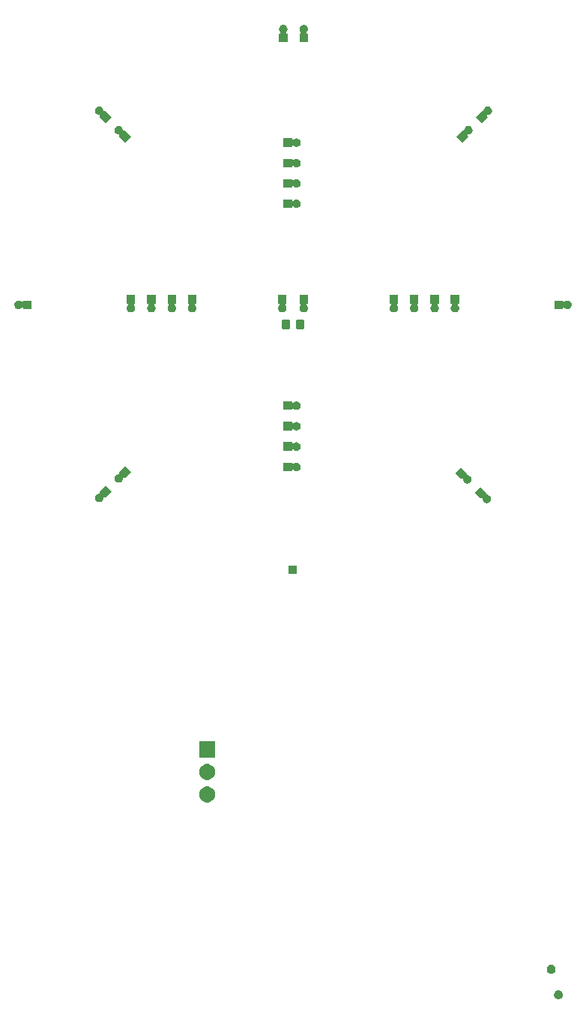
<source format=gbr>
G04 #@! TF.GenerationSoftware,KiCad,Pcbnew,(5.1.6-0)*
G04 #@! TF.CreationDate,2021-01-08T20:23:25+00:00*
G04 #@! TF.ProjectId,XMAS_Star_21,584d4153-5f53-4746-9172-5f32312e6b69,rev?*
G04 #@! TF.SameCoordinates,Original*
G04 #@! TF.FileFunction,Soldermask,Bot*
G04 #@! TF.FilePolarity,Negative*
%FSLAX46Y46*%
G04 Gerber Fmt 4.6, Leading zero omitted, Abs format (unit mm)*
G04 Created by KiCad (PCBNEW (5.1.6-0)) date 2021-01-08 20:23:25*
%MOMM*%
%LPD*%
G01*
G04 APERTURE LIST*
%ADD10C,0.100000*%
G04 APERTURE END LIST*
D10*
G36*
X130088412Y-157389559D02*
G01*
X130136808Y-157399185D01*
X130174574Y-157414828D01*
X130227983Y-157436951D01*
X130227984Y-157436952D01*
X130310041Y-157491780D01*
X130379824Y-157561563D01*
X130379825Y-157561565D01*
X130434653Y-157643621D01*
X130472419Y-157734797D01*
X130491672Y-157831587D01*
X130491672Y-157930277D01*
X130472419Y-158027067D01*
X130434653Y-158118243D01*
X130434652Y-158118244D01*
X130379824Y-158200301D01*
X130310041Y-158270084D01*
X130268734Y-158297684D01*
X130227983Y-158324913D01*
X130174574Y-158347036D01*
X130136808Y-158362679D01*
X130088412Y-158372306D01*
X130040017Y-158381932D01*
X129941327Y-158381932D01*
X129892932Y-158372306D01*
X129844536Y-158362679D01*
X129806770Y-158347036D01*
X129753361Y-158324913D01*
X129712610Y-158297684D01*
X129671303Y-158270084D01*
X129601520Y-158200301D01*
X129546692Y-158118244D01*
X129546691Y-158118243D01*
X129508925Y-158027067D01*
X129489672Y-157930277D01*
X129489672Y-157831587D01*
X129508925Y-157734797D01*
X129546691Y-157643621D01*
X129601519Y-157561565D01*
X129601520Y-157561563D01*
X129671303Y-157491780D01*
X129753360Y-157436952D01*
X129753361Y-157436951D01*
X129806770Y-157414828D01*
X129844536Y-157399185D01*
X129892932Y-157389559D01*
X129941327Y-157379932D01*
X130040017Y-157379932D01*
X130088412Y-157389559D01*
G37*
G36*
X129261500Y-154505774D02*
G01*
X129309896Y-154515400D01*
X129347662Y-154531043D01*
X129401071Y-154553166D01*
X129401072Y-154553167D01*
X129483129Y-154607995D01*
X129552912Y-154677778D01*
X129552913Y-154677780D01*
X129607741Y-154759836D01*
X129645507Y-154851012D01*
X129664760Y-154947802D01*
X129664760Y-155046492D01*
X129645507Y-155143282D01*
X129607741Y-155234458D01*
X129607740Y-155234459D01*
X129552912Y-155316516D01*
X129483129Y-155386299D01*
X129441822Y-155413899D01*
X129401071Y-155441128D01*
X129347662Y-155463251D01*
X129309896Y-155478894D01*
X129261500Y-155488521D01*
X129213105Y-155498147D01*
X129114415Y-155498147D01*
X129066020Y-155488521D01*
X129017624Y-155478894D01*
X128979858Y-155463251D01*
X128926449Y-155441128D01*
X128885698Y-155413899D01*
X128844391Y-155386299D01*
X128774608Y-155316516D01*
X128719780Y-155234459D01*
X128719779Y-155234458D01*
X128682013Y-155143282D01*
X128662760Y-155046492D01*
X128662760Y-154947802D01*
X128682013Y-154851012D01*
X128719779Y-154759836D01*
X128774607Y-154677780D01*
X128774608Y-154677778D01*
X128844391Y-154607995D01*
X128926448Y-154553167D01*
X128926449Y-154553166D01*
X128979858Y-154531043D01*
X129017624Y-154515400D01*
X129066020Y-154505774D01*
X129114415Y-154496147D01*
X129213105Y-154496147D01*
X129261500Y-154505774D01*
G37*
G36*
X90413512Y-134383927D02*
G01*
X90562812Y-134413624D01*
X90726784Y-134481544D01*
X90874354Y-134580147D01*
X90999853Y-134705646D01*
X91098456Y-134853216D01*
X91166376Y-135017188D01*
X91201000Y-135191259D01*
X91201000Y-135368741D01*
X91166376Y-135542812D01*
X91098456Y-135706784D01*
X90999853Y-135854354D01*
X90874354Y-135979853D01*
X90726784Y-136078456D01*
X90562812Y-136146376D01*
X90413512Y-136176073D01*
X90388742Y-136181000D01*
X90211258Y-136181000D01*
X90186488Y-136176073D01*
X90037188Y-136146376D01*
X89873216Y-136078456D01*
X89725646Y-135979853D01*
X89600147Y-135854354D01*
X89501544Y-135706784D01*
X89433624Y-135542812D01*
X89399000Y-135368741D01*
X89399000Y-135191259D01*
X89433624Y-135017188D01*
X89501544Y-134853216D01*
X89600147Y-134705646D01*
X89725646Y-134580147D01*
X89873216Y-134481544D01*
X90037188Y-134413624D01*
X90186488Y-134383927D01*
X90211258Y-134379000D01*
X90388742Y-134379000D01*
X90413512Y-134383927D01*
G37*
G36*
X90413512Y-131843927D02*
G01*
X90562812Y-131873624D01*
X90726784Y-131941544D01*
X90874354Y-132040147D01*
X90999853Y-132165646D01*
X91098456Y-132313216D01*
X91166376Y-132477188D01*
X91201000Y-132651259D01*
X91201000Y-132828741D01*
X91166376Y-133002812D01*
X91098456Y-133166784D01*
X90999853Y-133314354D01*
X90874354Y-133439853D01*
X90726784Y-133538456D01*
X90562812Y-133606376D01*
X90413512Y-133636073D01*
X90388742Y-133641000D01*
X90211258Y-133641000D01*
X90186488Y-133636073D01*
X90037188Y-133606376D01*
X89873216Y-133538456D01*
X89725646Y-133439853D01*
X89600147Y-133314354D01*
X89501544Y-133166784D01*
X89433624Y-133002812D01*
X89399000Y-132828741D01*
X89399000Y-132651259D01*
X89433624Y-132477188D01*
X89501544Y-132313216D01*
X89600147Y-132165646D01*
X89725646Y-132040147D01*
X89873216Y-131941544D01*
X90037188Y-131873624D01*
X90186488Y-131843927D01*
X90211258Y-131839000D01*
X90388742Y-131839000D01*
X90413512Y-131843927D01*
G37*
G36*
X91201000Y-131101000D02*
G01*
X89399000Y-131101000D01*
X89399000Y-129299000D01*
X91201000Y-129299000D01*
X91201000Y-131101000D01*
G37*
G36*
X100416000Y-110376000D02*
G01*
X99464000Y-110376000D01*
X99464000Y-109424000D01*
X100416000Y-109424000D01*
X100416000Y-110376000D01*
G37*
G36*
X121873166Y-101200000D02*
G01*
X121855440Y-101217726D01*
X121839900Y-101236662D01*
X121828349Y-101258273D01*
X121821236Y-101281722D01*
X121818834Y-101306108D01*
X121821236Y-101330494D01*
X121828349Y-101353943D01*
X121839900Y-101375554D01*
X121855445Y-101394496D01*
X121874387Y-101410041D01*
X121895998Y-101421592D01*
X121919447Y-101428705D01*
X121943833Y-101431107D01*
X121953990Y-101431107D01*
X122045950Y-101449399D01*
X122096695Y-101470418D01*
X122132577Y-101485281D01*
X122210539Y-101537374D01*
X122276840Y-101603675D01*
X122328933Y-101681637D01*
X122328933Y-101681638D01*
X122364815Y-101768264D01*
X122383107Y-101860224D01*
X122383107Y-101953990D01*
X122364815Y-102045950D01*
X122343796Y-102096695D01*
X122328933Y-102132577D01*
X122276840Y-102210539D01*
X122210539Y-102276840D01*
X122132577Y-102328933D01*
X122096695Y-102343796D01*
X122045950Y-102364815D01*
X121953990Y-102383107D01*
X121860224Y-102383107D01*
X121768264Y-102364815D01*
X121717519Y-102343796D01*
X121681637Y-102328933D01*
X121603675Y-102276840D01*
X121537374Y-102210539D01*
X121485281Y-102132577D01*
X121470418Y-102096695D01*
X121449399Y-102045950D01*
X121431107Y-101953990D01*
X121431107Y-101943833D01*
X121428705Y-101919447D01*
X121421592Y-101895998D01*
X121410041Y-101874387D01*
X121394496Y-101855445D01*
X121375554Y-101839900D01*
X121353943Y-101828349D01*
X121330494Y-101821236D01*
X121306108Y-101818834D01*
X121281722Y-101821236D01*
X121258273Y-101828349D01*
X121236662Y-101839900D01*
X121217726Y-101855440D01*
X121200000Y-101873166D01*
X120526834Y-101200000D01*
X121200000Y-100526834D01*
X121873166Y-101200000D01*
G37*
G36*
X79473166Y-101100000D02*
G01*
X78800000Y-101773166D01*
X78782274Y-101755440D01*
X78763338Y-101739900D01*
X78741727Y-101728349D01*
X78718278Y-101721236D01*
X78693892Y-101718834D01*
X78669506Y-101721236D01*
X78646057Y-101728349D01*
X78624446Y-101739900D01*
X78605504Y-101755445D01*
X78589959Y-101774387D01*
X78578408Y-101795998D01*
X78571295Y-101819447D01*
X78568893Y-101843833D01*
X78568893Y-101853990D01*
X78550601Y-101945950D01*
X78529582Y-101996695D01*
X78514719Y-102032577D01*
X78462626Y-102110539D01*
X78396325Y-102176840D01*
X78318363Y-102228933D01*
X78282481Y-102243796D01*
X78231736Y-102264815D01*
X78139776Y-102283107D01*
X78046010Y-102283107D01*
X77954050Y-102264815D01*
X77903305Y-102243796D01*
X77867423Y-102228933D01*
X77789461Y-102176840D01*
X77723160Y-102110539D01*
X77671067Y-102032577D01*
X77656204Y-101996695D01*
X77635185Y-101945950D01*
X77616893Y-101853990D01*
X77616893Y-101760224D01*
X77635185Y-101668264D01*
X77671067Y-101581638D01*
X77671067Y-101581637D01*
X77723160Y-101503675D01*
X77789461Y-101437374D01*
X77867423Y-101385281D01*
X77903305Y-101370418D01*
X77954050Y-101349399D01*
X78046010Y-101331107D01*
X78056167Y-101331107D01*
X78080553Y-101328705D01*
X78104002Y-101321592D01*
X78125613Y-101310041D01*
X78144555Y-101294496D01*
X78160100Y-101275554D01*
X78171651Y-101253943D01*
X78178764Y-101230494D01*
X78181166Y-101206108D01*
X78178764Y-101181722D01*
X78171651Y-101158273D01*
X78160100Y-101136662D01*
X78144560Y-101117726D01*
X78126834Y-101100000D01*
X78800000Y-100426834D01*
X79473166Y-101100000D01*
G37*
G36*
X119673166Y-99000000D02*
G01*
X119655440Y-99017726D01*
X119639900Y-99036662D01*
X119628349Y-99058273D01*
X119621236Y-99081722D01*
X119618834Y-99106108D01*
X119621236Y-99130494D01*
X119628349Y-99153943D01*
X119639900Y-99175554D01*
X119655445Y-99194496D01*
X119674387Y-99210041D01*
X119695998Y-99221592D01*
X119719447Y-99228705D01*
X119743833Y-99231107D01*
X119753990Y-99231107D01*
X119845950Y-99249399D01*
X119896695Y-99270418D01*
X119932577Y-99285281D01*
X120010539Y-99337374D01*
X120076840Y-99403675D01*
X120128933Y-99481637D01*
X120128933Y-99481638D01*
X120164815Y-99568264D01*
X120183107Y-99660224D01*
X120183107Y-99753990D01*
X120164815Y-99845950D01*
X120143796Y-99896695D01*
X120128933Y-99932577D01*
X120076840Y-100010539D01*
X120010539Y-100076840D01*
X119932577Y-100128933D01*
X119896695Y-100143796D01*
X119845950Y-100164815D01*
X119753990Y-100183107D01*
X119660224Y-100183107D01*
X119568264Y-100164815D01*
X119517519Y-100143796D01*
X119481637Y-100128933D01*
X119403675Y-100076840D01*
X119337374Y-100010539D01*
X119285281Y-99932577D01*
X119270418Y-99896695D01*
X119249399Y-99845950D01*
X119231107Y-99753990D01*
X119231107Y-99743833D01*
X119228705Y-99719447D01*
X119221592Y-99695998D01*
X119210041Y-99674387D01*
X119194496Y-99655445D01*
X119175554Y-99639900D01*
X119153943Y-99628349D01*
X119130494Y-99621236D01*
X119106108Y-99618834D01*
X119081722Y-99621236D01*
X119058273Y-99628349D01*
X119036662Y-99639900D01*
X119017726Y-99655440D01*
X119000000Y-99673166D01*
X118326834Y-99000000D01*
X119000000Y-98326834D01*
X119673166Y-99000000D01*
G37*
G36*
X81673166Y-98900000D02*
G01*
X81000000Y-99573166D01*
X80982274Y-99555440D01*
X80963338Y-99539900D01*
X80941727Y-99528349D01*
X80918278Y-99521236D01*
X80893892Y-99518834D01*
X80869506Y-99521236D01*
X80846057Y-99528349D01*
X80824446Y-99539900D01*
X80805504Y-99555445D01*
X80789959Y-99574387D01*
X80778408Y-99595998D01*
X80771295Y-99619447D01*
X80768893Y-99643833D01*
X80768893Y-99653990D01*
X80750601Y-99745950D01*
X80729582Y-99796695D01*
X80714719Y-99832577D01*
X80662626Y-99910539D01*
X80596325Y-99976840D01*
X80518363Y-100028933D01*
X80482481Y-100043796D01*
X80431736Y-100064815D01*
X80339776Y-100083107D01*
X80246010Y-100083107D01*
X80154050Y-100064815D01*
X80103305Y-100043796D01*
X80067423Y-100028933D01*
X79989461Y-99976840D01*
X79923160Y-99910539D01*
X79871067Y-99832577D01*
X79856204Y-99796695D01*
X79835185Y-99745950D01*
X79816893Y-99653990D01*
X79816893Y-99560224D01*
X79835185Y-99468264D01*
X79871067Y-99381638D01*
X79871067Y-99381637D01*
X79923160Y-99303675D01*
X79989461Y-99237374D01*
X80067423Y-99185281D01*
X80103305Y-99170418D01*
X80154050Y-99149399D01*
X80246010Y-99131107D01*
X80256167Y-99131107D01*
X80280553Y-99128705D01*
X80304002Y-99121592D01*
X80325613Y-99110041D01*
X80344555Y-99094496D01*
X80360100Y-99075554D01*
X80371651Y-99053943D01*
X80378764Y-99030494D01*
X80381166Y-99006108D01*
X80378764Y-98981722D01*
X80371651Y-98958273D01*
X80360100Y-98936662D01*
X80344560Y-98917726D01*
X80326834Y-98900000D01*
X81000000Y-98226834D01*
X81673166Y-98900000D01*
G37*
G36*
X99876000Y-97849060D02*
G01*
X99878402Y-97873446D01*
X99885515Y-97896895D01*
X99897066Y-97918506D01*
X99912611Y-97937448D01*
X99931553Y-97952993D01*
X99953164Y-97964544D01*
X99976613Y-97971657D01*
X100000999Y-97974059D01*
X100025385Y-97971657D01*
X100048834Y-97964544D01*
X100070445Y-97952993D01*
X100089387Y-97937448D01*
X100096568Y-97930267D01*
X100174530Y-97878174D01*
X100210412Y-97863311D01*
X100261157Y-97842292D01*
X100353117Y-97824000D01*
X100446883Y-97824000D01*
X100538843Y-97842292D01*
X100589588Y-97863311D01*
X100625470Y-97878174D01*
X100703432Y-97930267D01*
X100769733Y-97996568D01*
X100821826Y-98074530D01*
X100821826Y-98074531D01*
X100857708Y-98161157D01*
X100876000Y-98253117D01*
X100876000Y-98346883D01*
X100857708Y-98438843D01*
X100836689Y-98489588D01*
X100821826Y-98525470D01*
X100769733Y-98603432D01*
X100703432Y-98669733D01*
X100625470Y-98721826D01*
X100614055Y-98726554D01*
X100538843Y-98757708D01*
X100446883Y-98776000D01*
X100353117Y-98776000D01*
X100261157Y-98757708D01*
X100185945Y-98726554D01*
X100174530Y-98721826D01*
X100096568Y-98669733D01*
X100089387Y-98662552D01*
X100070445Y-98647007D01*
X100048834Y-98635456D01*
X100025385Y-98628343D01*
X100000999Y-98625941D01*
X99976613Y-98628343D01*
X99953164Y-98635456D01*
X99931553Y-98647007D01*
X99912611Y-98662552D01*
X99897066Y-98681494D01*
X99885515Y-98703105D01*
X99878402Y-98726554D01*
X99876000Y-98750940D01*
X99876000Y-98776000D01*
X98924000Y-98776000D01*
X98924000Y-97824000D01*
X99876000Y-97824000D01*
X99876000Y-97849060D01*
G37*
G36*
X99876000Y-95549060D02*
G01*
X99878402Y-95573446D01*
X99885515Y-95596895D01*
X99897066Y-95618506D01*
X99912611Y-95637448D01*
X99931553Y-95652993D01*
X99953164Y-95664544D01*
X99976613Y-95671657D01*
X100000999Y-95674059D01*
X100025385Y-95671657D01*
X100048834Y-95664544D01*
X100070445Y-95652993D01*
X100089387Y-95637448D01*
X100096568Y-95630267D01*
X100174530Y-95578174D01*
X100210412Y-95563311D01*
X100261157Y-95542292D01*
X100353117Y-95524000D01*
X100446883Y-95524000D01*
X100538843Y-95542292D01*
X100589588Y-95563311D01*
X100625470Y-95578174D01*
X100703432Y-95630267D01*
X100769733Y-95696568D01*
X100821826Y-95774530D01*
X100821826Y-95774531D01*
X100857708Y-95861157D01*
X100876000Y-95953117D01*
X100876000Y-96046883D01*
X100857708Y-96138843D01*
X100836689Y-96189588D01*
X100821826Y-96225470D01*
X100769733Y-96303432D01*
X100703432Y-96369733D01*
X100625470Y-96421826D01*
X100614055Y-96426554D01*
X100538843Y-96457708D01*
X100446883Y-96476000D01*
X100353117Y-96476000D01*
X100261157Y-96457708D01*
X100185945Y-96426554D01*
X100174530Y-96421826D01*
X100096568Y-96369733D01*
X100089387Y-96362552D01*
X100070445Y-96347007D01*
X100048834Y-96335456D01*
X100025385Y-96328343D01*
X100000999Y-96325941D01*
X99976613Y-96328343D01*
X99953164Y-96335456D01*
X99931553Y-96347007D01*
X99912611Y-96362552D01*
X99897066Y-96381494D01*
X99885515Y-96403105D01*
X99878402Y-96426554D01*
X99876000Y-96450940D01*
X99876000Y-96476000D01*
X98924000Y-96476000D01*
X98924000Y-95524000D01*
X99876000Y-95524000D01*
X99876000Y-95549060D01*
G37*
G36*
X99876000Y-93249060D02*
G01*
X99878402Y-93273446D01*
X99885515Y-93296895D01*
X99897066Y-93318506D01*
X99912611Y-93337448D01*
X99931553Y-93352993D01*
X99953164Y-93364544D01*
X99976613Y-93371657D01*
X100000999Y-93374059D01*
X100025385Y-93371657D01*
X100048834Y-93364544D01*
X100070445Y-93352993D01*
X100089387Y-93337448D01*
X100096568Y-93330267D01*
X100174530Y-93278174D01*
X100210412Y-93263311D01*
X100261157Y-93242292D01*
X100353117Y-93224000D01*
X100446883Y-93224000D01*
X100538843Y-93242292D01*
X100589588Y-93263311D01*
X100625470Y-93278174D01*
X100703432Y-93330267D01*
X100769733Y-93396568D01*
X100821826Y-93474530D01*
X100821826Y-93474531D01*
X100857708Y-93561157D01*
X100876000Y-93653117D01*
X100876000Y-93746883D01*
X100857708Y-93838843D01*
X100836689Y-93889588D01*
X100821826Y-93925470D01*
X100769733Y-94003432D01*
X100703432Y-94069733D01*
X100625470Y-94121826D01*
X100614055Y-94126554D01*
X100538843Y-94157708D01*
X100446883Y-94176000D01*
X100353117Y-94176000D01*
X100261157Y-94157708D01*
X100185945Y-94126554D01*
X100174530Y-94121826D01*
X100096568Y-94069733D01*
X100089387Y-94062552D01*
X100070445Y-94047007D01*
X100048834Y-94035456D01*
X100025385Y-94028343D01*
X100000999Y-94025941D01*
X99976613Y-94028343D01*
X99953164Y-94035456D01*
X99931553Y-94047007D01*
X99912611Y-94062552D01*
X99897066Y-94081494D01*
X99885515Y-94103105D01*
X99878402Y-94126554D01*
X99876000Y-94150940D01*
X99876000Y-94176000D01*
X98924000Y-94176000D01*
X98924000Y-93224000D01*
X99876000Y-93224000D01*
X99876000Y-93249060D01*
G37*
G36*
X99876000Y-90949060D02*
G01*
X99878402Y-90973446D01*
X99885515Y-90996895D01*
X99897066Y-91018506D01*
X99912611Y-91037448D01*
X99931553Y-91052993D01*
X99953164Y-91064544D01*
X99976613Y-91071657D01*
X100000999Y-91074059D01*
X100025385Y-91071657D01*
X100048834Y-91064544D01*
X100070445Y-91052993D01*
X100089387Y-91037448D01*
X100096568Y-91030267D01*
X100174530Y-90978174D01*
X100210412Y-90963311D01*
X100261157Y-90942292D01*
X100353117Y-90924000D01*
X100446883Y-90924000D01*
X100538843Y-90942292D01*
X100589588Y-90963311D01*
X100625470Y-90978174D01*
X100703432Y-91030267D01*
X100769733Y-91096568D01*
X100821826Y-91174530D01*
X100821826Y-91174531D01*
X100857708Y-91261157D01*
X100876000Y-91353117D01*
X100876000Y-91446883D01*
X100857708Y-91538843D01*
X100836689Y-91589588D01*
X100821826Y-91625470D01*
X100769733Y-91703432D01*
X100703432Y-91769733D01*
X100625470Y-91821826D01*
X100614055Y-91826554D01*
X100538843Y-91857708D01*
X100446883Y-91876000D01*
X100353117Y-91876000D01*
X100261157Y-91857708D01*
X100185945Y-91826554D01*
X100174530Y-91821826D01*
X100096568Y-91769733D01*
X100089387Y-91762552D01*
X100070445Y-91747007D01*
X100048834Y-91735456D01*
X100025385Y-91728343D01*
X100000999Y-91725941D01*
X99976613Y-91728343D01*
X99953164Y-91735456D01*
X99931553Y-91747007D01*
X99912611Y-91762552D01*
X99897066Y-91781494D01*
X99885515Y-91803105D01*
X99878402Y-91826554D01*
X99876000Y-91850940D01*
X99876000Y-91876000D01*
X98924000Y-91876000D01*
X98924000Y-90924000D01*
X99876000Y-90924000D01*
X99876000Y-90949060D01*
G37*
G36*
X101129591Y-81698085D02*
G01*
X101163569Y-81708393D01*
X101194890Y-81725134D01*
X101222339Y-81747661D01*
X101244866Y-81775110D01*
X101261607Y-81806431D01*
X101271915Y-81840409D01*
X101276000Y-81881890D01*
X101276000Y-82558110D01*
X101271915Y-82599591D01*
X101261607Y-82633569D01*
X101244866Y-82664890D01*
X101222339Y-82692339D01*
X101194890Y-82714866D01*
X101163569Y-82731607D01*
X101129591Y-82741915D01*
X101088110Y-82746000D01*
X100486890Y-82746000D01*
X100445409Y-82741915D01*
X100411431Y-82731607D01*
X100380110Y-82714866D01*
X100352661Y-82692339D01*
X100330134Y-82664890D01*
X100313393Y-82633569D01*
X100303085Y-82599591D01*
X100299000Y-82558110D01*
X100299000Y-81881890D01*
X100303085Y-81840409D01*
X100313393Y-81806431D01*
X100330134Y-81775110D01*
X100352661Y-81747661D01*
X100380110Y-81725134D01*
X100411431Y-81708393D01*
X100445409Y-81698085D01*
X100486890Y-81694000D01*
X101088110Y-81694000D01*
X101129591Y-81698085D01*
G37*
G36*
X99554591Y-81698085D02*
G01*
X99588569Y-81708393D01*
X99619890Y-81725134D01*
X99647339Y-81747661D01*
X99669866Y-81775110D01*
X99686607Y-81806431D01*
X99696915Y-81840409D01*
X99701000Y-81881890D01*
X99701000Y-82558110D01*
X99696915Y-82599591D01*
X99686607Y-82633569D01*
X99669866Y-82664890D01*
X99647339Y-82692339D01*
X99619890Y-82714866D01*
X99588569Y-82731607D01*
X99554591Y-82741915D01*
X99513110Y-82746000D01*
X98911890Y-82746000D01*
X98870409Y-82741915D01*
X98836431Y-82731607D01*
X98805110Y-82714866D01*
X98777661Y-82692339D01*
X98755134Y-82664890D01*
X98738393Y-82633569D01*
X98728085Y-82599591D01*
X98724000Y-82558110D01*
X98724000Y-81881890D01*
X98728085Y-81840409D01*
X98738393Y-81806431D01*
X98755134Y-81775110D01*
X98777661Y-81747661D01*
X98805110Y-81725134D01*
X98836431Y-81708393D01*
X98870409Y-81698085D01*
X98911890Y-81694000D01*
X99513110Y-81694000D01*
X99554591Y-81698085D01*
G37*
G36*
X114176000Y-79876000D02*
G01*
X114150940Y-79876000D01*
X114126554Y-79878402D01*
X114103105Y-79885515D01*
X114081494Y-79897066D01*
X114062552Y-79912611D01*
X114047007Y-79931553D01*
X114035456Y-79953164D01*
X114028343Y-79976613D01*
X114025941Y-80000999D01*
X114028343Y-80025385D01*
X114035456Y-80048834D01*
X114047007Y-80070445D01*
X114062552Y-80089387D01*
X114069733Y-80096568D01*
X114121826Y-80174530D01*
X114121826Y-80174531D01*
X114157708Y-80261157D01*
X114176000Y-80353117D01*
X114176000Y-80446883D01*
X114157708Y-80538843D01*
X114136689Y-80589588D01*
X114121826Y-80625470D01*
X114069733Y-80703432D01*
X114003432Y-80769733D01*
X113925470Y-80821826D01*
X113889588Y-80836689D01*
X113838843Y-80857708D01*
X113746883Y-80876000D01*
X113653117Y-80876000D01*
X113561157Y-80857708D01*
X113510412Y-80836689D01*
X113474530Y-80821826D01*
X113396568Y-80769733D01*
X113330267Y-80703432D01*
X113278174Y-80625470D01*
X113263311Y-80589588D01*
X113242292Y-80538843D01*
X113224000Y-80446883D01*
X113224000Y-80353117D01*
X113242292Y-80261157D01*
X113278174Y-80174531D01*
X113278174Y-80174530D01*
X113330267Y-80096568D01*
X113337448Y-80089387D01*
X113352993Y-80070445D01*
X113364544Y-80048834D01*
X113371657Y-80025385D01*
X113374059Y-80000999D01*
X113371657Y-79976613D01*
X113364544Y-79953164D01*
X113352993Y-79931553D01*
X113337448Y-79912611D01*
X113318506Y-79897066D01*
X113296895Y-79885515D01*
X113273446Y-79878402D01*
X113249060Y-79876000D01*
X113224000Y-79876000D01*
X113224000Y-78924000D01*
X114176000Y-78924000D01*
X114176000Y-79876000D01*
G37*
G36*
X86776000Y-79876000D02*
G01*
X86750940Y-79876000D01*
X86726554Y-79878402D01*
X86703105Y-79885515D01*
X86681494Y-79897066D01*
X86662552Y-79912611D01*
X86647007Y-79931553D01*
X86635456Y-79953164D01*
X86628343Y-79976613D01*
X86625941Y-80000999D01*
X86628343Y-80025385D01*
X86635456Y-80048834D01*
X86647007Y-80070445D01*
X86662552Y-80089387D01*
X86669733Y-80096568D01*
X86721826Y-80174530D01*
X86721826Y-80174531D01*
X86757708Y-80261157D01*
X86776000Y-80353117D01*
X86776000Y-80446883D01*
X86757708Y-80538843D01*
X86736689Y-80589588D01*
X86721826Y-80625470D01*
X86669733Y-80703432D01*
X86603432Y-80769733D01*
X86525470Y-80821826D01*
X86489588Y-80836689D01*
X86438843Y-80857708D01*
X86346883Y-80876000D01*
X86253117Y-80876000D01*
X86161157Y-80857708D01*
X86110412Y-80836689D01*
X86074530Y-80821826D01*
X85996568Y-80769733D01*
X85930267Y-80703432D01*
X85878174Y-80625470D01*
X85863311Y-80589588D01*
X85842292Y-80538843D01*
X85824000Y-80446883D01*
X85824000Y-80353117D01*
X85842292Y-80261157D01*
X85878174Y-80174531D01*
X85878174Y-80174530D01*
X85930267Y-80096568D01*
X85937448Y-80089387D01*
X85952993Y-80070445D01*
X85964544Y-80048834D01*
X85971657Y-80025385D01*
X85974059Y-80000999D01*
X85971657Y-79976613D01*
X85964544Y-79953164D01*
X85952993Y-79931553D01*
X85937448Y-79912611D01*
X85918506Y-79897066D01*
X85896895Y-79885515D01*
X85873446Y-79878402D01*
X85849060Y-79876000D01*
X85824000Y-79876000D01*
X85824000Y-78924000D01*
X86776000Y-78924000D01*
X86776000Y-79876000D01*
G37*
G36*
X84476000Y-79876000D02*
G01*
X84450940Y-79876000D01*
X84426554Y-79878402D01*
X84403105Y-79885515D01*
X84381494Y-79897066D01*
X84362552Y-79912611D01*
X84347007Y-79931553D01*
X84335456Y-79953164D01*
X84328343Y-79976613D01*
X84325941Y-80000999D01*
X84328343Y-80025385D01*
X84335456Y-80048834D01*
X84347007Y-80070445D01*
X84362552Y-80089387D01*
X84369733Y-80096568D01*
X84421826Y-80174530D01*
X84421826Y-80174531D01*
X84457708Y-80261157D01*
X84476000Y-80353117D01*
X84476000Y-80446883D01*
X84457708Y-80538843D01*
X84436689Y-80589588D01*
X84421826Y-80625470D01*
X84369733Y-80703432D01*
X84303432Y-80769733D01*
X84225470Y-80821826D01*
X84189588Y-80836689D01*
X84138843Y-80857708D01*
X84046883Y-80876000D01*
X83953117Y-80876000D01*
X83861157Y-80857708D01*
X83810412Y-80836689D01*
X83774530Y-80821826D01*
X83696568Y-80769733D01*
X83630267Y-80703432D01*
X83578174Y-80625470D01*
X83563311Y-80589588D01*
X83542292Y-80538843D01*
X83524000Y-80446883D01*
X83524000Y-80353117D01*
X83542292Y-80261157D01*
X83578174Y-80174531D01*
X83578174Y-80174530D01*
X83630267Y-80096568D01*
X83637448Y-80089387D01*
X83652993Y-80070445D01*
X83664544Y-80048834D01*
X83671657Y-80025385D01*
X83674059Y-80000999D01*
X83671657Y-79976613D01*
X83664544Y-79953164D01*
X83652993Y-79931553D01*
X83637448Y-79912611D01*
X83618506Y-79897066D01*
X83596895Y-79885515D01*
X83573446Y-79878402D01*
X83549060Y-79876000D01*
X83524000Y-79876000D01*
X83524000Y-78924000D01*
X84476000Y-78924000D01*
X84476000Y-79876000D01*
G37*
G36*
X116476000Y-79876000D02*
G01*
X116450940Y-79876000D01*
X116426554Y-79878402D01*
X116403105Y-79885515D01*
X116381494Y-79897066D01*
X116362552Y-79912611D01*
X116347007Y-79931553D01*
X116335456Y-79953164D01*
X116328343Y-79976613D01*
X116325941Y-80000999D01*
X116328343Y-80025385D01*
X116335456Y-80048834D01*
X116347007Y-80070445D01*
X116362552Y-80089387D01*
X116369733Y-80096568D01*
X116421826Y-80174530D01*
X116421826Y-80174531D01*
X116457708Y-80261157D01*
X116476000Y-80353117D01*
X116476000Y-80446883D01*
X116457708Y-80538843D01*
X116436689Y-80589588D01*
X116421826Y-80625470D01*
X116369733Y-80703432D01*
X116303432Y-80769733D01*
X116225470Y-80821826D01*
X116189588Y-80836689D01*
X116138843Y-80857708D01*
X116046883Y-80876000D01*
X115953117Y-80876000D01*
X115861157Y-80857708D01*
X115810412Y-80836689D01*
X115774530Y-80821826D01*
X115696568Y-80769733D01*
X115630267Y-80703432D01*
X115578174Y-80625470D01*
X115563311Y-80589588D01*
X115542292Y-80538843D01*
X115524000Y-80446883D01*
X115524000Y-80353117D01*
X115542292Y-80261157D01*
X115578174Y-80174531D01*
X115578174Y-80174530D01*
X115630267Y-80096568D01*
X115637448Y-80089387D01*
X115652993Y-80070445D01*
X115664544Y-80048834D01*
X115671657Y-80025385D01*
X115674059Y-80000999D01*
X115671657Y-79976613D01*
X115664544Y-79953164D01*
X115652993Y-79931553D01*
X115637448Y-79912611D01*
X115618506Y-79897066D01*
X115596895Y-79885515D01*
X115573446Y-79878402D01*
X115549060Y-79876000D01*
X115524000Y-79876000D01*
X115524000Y-78924000D01*
X116476000Y-78924000D01*
X116476000Y-79876000D01*
G37*
G36*
X118776000Y-79876000D02*
G01*
X118750940Y-79876000D01*
X118726554Y-79878402D01*
X118703105Y-79885515D01*
X118681494Y-79897066D01*
X118662552Y-79912611D01*
X118647007Y-79931553D01*
X118635456Y-79953164D01*
X118628343Y-79976613D01*
X118625941Y-80000999D01*
X118628343Y-80025385D01*
X118635456Y-80048834D01*
X118647007Y-80070445D01*
X118662552Y-80089387D01*
X118669733Y-80096568D01*
X118721826Y-80174530D01*
X118721826Y-80174531D01*
X118757708Y-80261157D01*
X118776000Y-80353117D01*
X118776000Y-80446883D01*
X118757708Y-80538843D01*
X118736689Y-80589588D01*
X118721826Y-80625470D01*
X118669733Y-80703432D01*
X118603432Y-80769733D01*
X118525470Y-80821826D01*
X118489588Y-80836689D01*
X118438843Y-80857708D01*
X118346883Y-80876000D01*
X118253117Y-80876000D01*
X118161157Y-80857708D01*
X118110412Y-80836689D01*
X118074530Y-80821826D01*
X117996568Y-80769733D01*
X117930267Y-80703432D01*
X117878174Y-80625470D01*
X117863311Y-80589588D01*
X117842292Y-80538843D01*
X117824000Y-80446883D01*
X117824000Y-80353117D01*
X117842292Y-80261157D01*
X117878174Y-80174531D01*
X117878174Y-80174530D01*
X117930267Y-80096568D01*
X117937448Y-80089387D01*
X117952993Y-80070445D01*
X117964544Y-80048834D01*
X117971657Y-80025385D01*
X117974059Y-80000999D01*
X117971657Y-79976613D01*
X117964544Y-79953164D01*
X117952993Y-79931553D01*
X117937448Y-79912611D01*
X117918506Y-79897066D01*
X117896895Y-79885515D01*
X117873446Y-79878402D01*
X117849060Y-79876000D01*
X117824000Y-79876000D01*
X117824000Y-78924000D01*
X118776000Y-78924000D01*
X118776000Y-79876000D01*
G37*
G36*
X89076000Y-79876000D02*
G01*
X89050940Y-79876000D01*
X89026554Y-79878402D01*
X89003105Y-79885515D01*
X88981494Y-79897066D01*
X88962552Y-79912611D01*
X88947007Y-79931553D01*
X88935456Y-79953164D01*
X88928343Y-79976613D01*
X88925941Y-80000999D01*
X88928343Y-80025385D01*
X88935456Y-80048834D01*
X88947007Y-80070445D01*
X88962552Y-80089387D01*
X88969733Y-80096568D01*
X89021826Y-80174530D01*
X89021826Y-80174531D01*
X89057708Y-80261157D01*
X89076000Y-80353117D01*
X89076000Y-80446883D01*
X89057708Y-80538843D01*
X89036689Y-80589588D01*
X89021826Y-80625470D01*
X88969733Y-80703432D01*
X88903432Y-80769733D01*
X88825470Y-80821826D01*
X88789588Y-80836689D01*
X88738843Y-80857708D01*
X88646883Y-80876000D01*
X88553117Y-80876000D01*
X88461157Y-80857708D01*
X88410412Y-80836689D01*
X88374530Y-80821826D01*
X88296568Y-80769733D01*
X88230267Y-80703432D01*
X88178174Y-80625470D01*
X88163311Y-80589588D01*
X88142292Y-80538843D01*
X88124000Y-80446883D01*
X88124000Y-80353117D01*
X88142292Y-80261157D01*
X88178174Y-80174531D01*
X88178174Y-80174530D01*
X88230267Y-80096568D01*
X88237448Y-80089387D01*
X88252993Y-80070445D01*
X88264544Y-80048834D01*
X88271657Y-80025385D01*
X88274059Y-80000999D01*
X88271657Y-79976613D01*
X88264544Y-79953164D01*
X88252993Y-79931553D01*
X88237448Y-79912611D01*
X88218506Y-79897066D01*
X88196895Y-79885515D01*
X88173446Y-79878402D01*
X88149060Y-79876000D01*
X88124000Y-79876000D01*
X88124000Y-78924000D01*
X89076000Y-78924000D01*
X89076000Y-79876000D01*
G37*
G36*
X111876000Y-79876000D02*
G01*
X111850940Y-79876000D01*
X111826554Y-79878402D01*
X111803105Y-79885515D01*
X111781494Y-79897066D01*
X111762552Y-79912611D01*
X111747007Y-79931553D01*
X111735456Y-79953164D01*
X111728343Y-79976613D01*
X111725941Y-80000999D01*
X111728343Y-80025385D01*
X111735456Y-80048834D01*
X111747007Y-80070445D01*
X111762552Y-80089387D01*
X111769733Y-80096568D01*
X111821826Y-80174530D01*
X111821826Y-80174531D01*
X111857708Y-80261157D01*
X111876000Y-80353117D01*
X111876000Y-80446883D01*
X111857708Y-80538843D01*
X111836689Y-80589588D01*
X111821826Y-80625470D01*
X111769733Y-80703432D01*
X111703432Y-80769733D01*
X111625470Y-80821826D01*
X111589588Y-80836689D01*
X111538843Y-80857708D01*
X111446883Y-80876000D01*
X111353117Y-80876000D01*
X111261157Y-80857708D01*
X111210412Y-80836689D01*
X111174530Y-80821826D01*
X111096568Y-80769733D01*
X111030267Y-80703432D01*
X110978174Y-80625470D01*
X110963311Y-80589588D01*
X110942292Y-80538843D01*
X110924000Y-80446883D01*
X110924000Y-80353117D01*
X110942292Y-80261157D01*
X110978174Y-80174531D01*
X110978174Y-80174530D01*
X111030267Y-80096568D01*
X111037448Y-80089387D01*
X111052993Y-80070445D01*
X111064544Y-80048834D01*
X111071657Y-80025385D01*
X111074059Y-80000999D01*
X111071657Y-79976613D01*
X111064544Y-79953164D01*
X111052993Y-79931553D01*
X111037448Y-79912611D01*
X111018506Y-79897066D01*
X110996895Y-79885515D01*
X110973446Y-79878402D01*
X110949060Y-79876000D01*
X110924000Y-79876000D01*
X110924000Y-78924000D01*
X111876000Y-78924000D01*
X111876000Y-79876000D01*
G37*
G36*
X101676000Y-79876000D02*
G01*
X101650940Y-79876000D01*
X101626554Y-79878402D01*
X101603105Y-79885515D01*
X101581494Y-79897066D01*
X101562552Y-79912611D01*
X101547007Y-79931553D01*
X101535456Y-79953164D01*
X101528343Y-79976613D01*
X101525941Y-80000999D01*
X101528343Y-80025385D01*
X101535456Y-80048834D01*
X101547007Y-80070445D01*
X101562552Y-80089387D01*
X101569733Y-80096568D01*
X101621826Y-80174530D01*
X101621826Y-80174531D01*
X101657708Y-80261157D01*
X101676000Y-80353117D01*
X101676000Y-80446883D01*
X101657708Y-80538843D01*
X101636689Y-80589588D01*
X101621826Y-80625470D01*
X101569733Y-80703432D01*
X101503432Y-80769733D01*
X101425470Y-80821826D01*
X101389588Y-80836689D01*
X101338843Y-80857708D01*
X101246883Y-80876000D01*
X101153117Y-80876000D01*
X101061157Y-80857708D01*
X101010412Y-80836689D01*
X100974530Y-80821826D01*
X100896568Y-80769733D01*
X100830267Y-80703432D01*
X100778174Y-80625470D01*
X100763311Y-80589588D01*
X100742292Y-80538843D01*
X100724000Y-80446883D01*
X100724000Y-80353117D01*
X100742292Y-80261157D01*
X100778174Y-80174531D01*
X100778174Y-80174530D01*
X100830267Y-80096568D01*
X100837448Y-80089387D01*
X100852993Y-80070445D01*
X100864544Y-80048834D01*
X100871657Y-80025385D01*
X100874059Y-80000999D01*
X100871657Y-79976613D01*
X100864544Y-79953164D01*
X100852993Y-79931553D01*
X100837448Y-79912611D01*
X100818506Y-79897066D01*
X100796895Y-79885515D01*
X100773446Y-79878402D01*
X100749060Y-79876000D01*
X100724000Y-79876000D01*
X100724000Y-78924000D01*
X101676000Y-78924000D01*
X101676000Y-79876000D01*
G37*
G36*
X99276000Y-79876000D02*
G01*
X99250940Y-79876000D01*
X99226554Y-79878402D01*
X99203105Y-79885515D01*
X99181494Y-79897066D01*
X99162552Y-79912611D01*
X99147007Y-79931553D01*
X99135456Y-79953164D01*
X99128343Y-79976613D01*
X99125941Y-80000999D01*
X99128343Y-80025385D01*
X99135456Y-80048834D01*
X99147007Y-80070445D01*
X99162552Y-80089387D01*
X99169733Y-80096568D01*
X99221826Y-80174530D01*
X99221826Y-80174531D01*
X99257708Y-80261157D01*
X99276000Y-80353117D01*
X99276000Y-80446883D01*
X99257708Y-80538843D01*
X99236689Y-80589588D01*
X99221826Y-80625470D01*
X99169733Y-80703432D01*
X99103432Y-80769733D01*
X99025470Y-80821826D01*
X98989588Y-80836689D01*
X98938843Y-80857708D01*
X98846883Y-80876000D01*
X98753117Y-80876000D01*
X98661157Y-80857708D01*
X98610412Y-80836689D01*
X98574530Y-80821826D01*
X98496568Y-80769733D01*
X98430267Y-80703432D01*
X98378174Y-80625470D01*
X98363311Y-80589588D01*
X98342292Y-80538843D01*
X98324000Y-80446883D01*
X98324000Y-80353117D01*
X98342292Y-80261157D01*
X98378174Y-80174531D01*
X98378174Y-80174530D01*
X98430267Y-80096568D01*
X98437448Y-80089387D01*
X98452993Y-80070445D01*
X98464544Y-80048834D01*
X98471657Y-80025385D01*
X98474059Y-80000999D01*
X98471657Y-79976613D01*
X98464544Y-79953164D01*
X98452993Y-79931553D01*
X98437448Y-79912611D01*
X98418506Y-79897066D01*
X98396895Y-79885515D01*
X98373446Y-79878402D01*
X98349060Y-79876000D01*
X98324000Y-79876000D01*
X98324000Y-78924000D01*
X99276000Y-78924000D01*
X99276000Y-79876000D01*
G37*
G36*
X82176000Y-79876000D02*
G01*
X82150940Y-79876000D01*
X82126554Y-79878402D01*
X82103105Y-79885515D01*
X82081494Y-79897066D01*
X82062552Y-79912611D01*
X82047007Y-79931553D01*
X82035456Y-79953164D01*
X82028343Y-79976613D01*
X82025941Y-80000999D01*
X82028343Y-80025385D01*
X82035456Y-80048834D01*
X82047007Y-80070445D01*
X82062552Y-80089387D01*
X82069733Y-80096568D01*
X82121826Y-80174530D01*
X82121826Y-80174531D01*
X82157708Y-80261157D01*
X82176000Y-80353117D01*
X82176000Y-80446883D01*
X82157708Y-80538843D01*
X82136689Y-80589588D01*
X82121826Y-80625470D01*
X82069733Y-80703432D01*
X82003432Y-80769733D01*
X81925470Y-80821826D01*
X81889588Y-80836689D01*
X81838843Y-80857708D01*
X81746883Y-80876000D01*
X81653117Y-80876000D01*
X81561157Y-80857708D01*
X81510412Y-80836689D01*
X81474530Y-80821826D01*
X81396568Y-80769733D01*
X81330267Y-80703432D01*
X81278174Y-80625470D01*
X81263311Y-80589588D01*
X81242292Y-80538843D01*
X81224000Y-80446883D01*
X81224000Y-80353117D01*
X81242292Y-80261157D01*
X81278174Y-80174531D01*
X81278174Y-80174530D01*
X81330267Y-80096568D01*
X81337448Y-80089387D01*
X81352993Y-80070445D01*
X81364544Y-80048834D01*
X81371657Y-80025385D01*
X81374059Y-80000999D01*
X81371657Y-79976613D01*
X81364544Y-79953164D01*
X81352993Y-79931553D01*
X81337448Y-79912611D01*
X81318506Y-79897066D01*
X81296895Y-79885515D01*
X81273446Y-79878402D01*
X81249060Y-79876000D01*
X81224000Y-79876000D01*
X81224000Y-78924000D01*
X82176000Y-78924000D01*
X82176000Y-79876000D01*
G37*
G36*
X130476000Y-79549060D02*
G01*
X130478402Y-79573446D01*
X130485515Y-79596895D01*
X130497066Y-79618506D01*
X130512611Y-79637448D01*
X130531553Y-79652993D01*
X130553164Y-79664544D01*
X130576613Y-79671657D01*
X130600999Y-79674059D01*
X130625385Y-79671657D01*
X130648834Y-79664544D01*
X130670445Y-79652993D01*
X130689387Y-79637448D01*
X130696568Y-79630267D01*
X130774530Y-79578174D01*
X130810412Y-79563311D01*
X130861157Y-79542292D01*
X130953117Y-79524000D01*
X131046883Y-79524000D01*
X131138843Y-79542292D01*
X131189588Y-79563311D01*
X131225470Y-79578174D01*
X131303432Y-79630267D01*
X131369733Y-79696568D01*
X131421826Y-79774530D01*
X131421826Y-79774531D01*
X131457708Y-79861157D01*
X131476000Y-79953117D01*
X131476000Y-80046883D01*
X131457708Y-80138843D01*
X131442926Y-80174530D01*
X131421826Y-80225470D01*
X131369733Y-80303432D01*
X131303432Y-80369733D01*
X131225470Y-80421826D01*
X131214055Y-80426554D01*
X131138843Y-80457708D01*
X131046883Y-80476000D01*
X130953117Y-80476000D01*
X130861157Y-80457708D01*
X130785945Y-80426554D01*
X130774530Y-80421826D01*
X130696568Y-80369733D01*
X130689387Y-80362552D01*
X130670445Y-80347007D01*
X130648834Y-80335456D01*
X130625385Y-80328343D01*
X130600999Y-80325941D01*
X130576613Y-80328343D01*
X130553164Y-80335456D01*
X130531553Y-80347007D01*
X130512611Y-80362552D01*
X130497066Y-80381494D01*
X130485515Y-80403105D01*
X130478402Y-80426554D01*
X130476000Y-80450940D01*
X130476000Y-80476000D01*
X129524000Y-80476000D01*
X129524000Y-79524000D01*
X130476000Y-79524000D01*
X130476000Y-79549060D01*
G37*
G36*
X69138843Y-79542292D02*
G01*
X69189588Y-79563311D01*
X69225470Y-79578174D01*
X69303432Y-79630267D01*
X69310613Y-79637448D01*
X69329555Y-79652993D01*
X69351166Y-79664544D01*
X69374615Y-79671657D01*
X69399001Y-79674059D01*
X69423387Y-79671657D01*
X69446836Y-79664544D01*
X69468447Y-79652993D01*
X69487389Y-79637448D01*
X69502934Y-79618506D01*
X69514485Y-79596895D01*
X69521598Y-79573446D01*
X69524000Y-79549060D01*
X69524000Y-79524000D01*
X70476000Y-79524000D01*
X70476000Y-80476000D01*
X69524000Y-80476000D01*
X69524000Y-80450940D01*
X69521598Y-80426554D01*
X69514485Y-80403105D01*
X69502934Y-80381494D01*
X69487389Y-80362552D01*
X69468447Y-80347007D01*
X69446836Y-80335456D01*
X69423387Y-80328343D01*
X69399001Y-80325941D01*
X69374615Y-80328343D01*
X69351166Y-80335456D01*
X69329555Y-80347007D01*
X69310613Y-80362552D01*
X69303432Y-80369733D01*
X69225470Y-80421826D01*
X69214055Y-80426554D01*
X69138843Y-80457708D01*
X69046883Y-80476000D01*
X68953117Y-80476000D01*
X68861157Y-80457708D01*
X68785945Y-80426554D01*
X68774530Y-80421826D01*
X68696568Y-80369733D01*
X68630267Y-80303432D01*
X68578174Y-80225470D01*
X68557074Y-80174530D01*
X68542292Y-80138843D01*
X68524000Y-80046883D01*
X68524000Y-79953117D01*
X68542292Y-79861157D01*
X68578174Y-79774531D01*
X68578174Y-79774530D01*
X68630267Y-79696568D01*
X68696568Y-79630267D01*
X68774530Y-79578174D01*
X68810412Y-79563311D01*
X68861157Y-79542292D01*
X68953117Y-79524000D01*
X69046883Y-79524000D01*
X69138843Y-79542292D01*
G37*
G36*
X99876000Y-68149060D02*
G01*
X99878402Y-68173446D01*
X99885515Y-68196895D01*
X99897066Y-68218506D01*
X99912611Y-68237448D01*
X99931553Y-68252993D01*
X99953164Y-68264544D01*
X99976613Y-68271657D01*
X100000999Y-68274059D01*
X100025385Y-68271657D01*
X100048834Y-68264544D01*
X100070445Y-68252993D01*
X100089387Y-68237448D01*
X100096568Y-68230267D01*
X100174530Y-68178174D01*
X100210412Y-68163311D01*
X100261157Y-68142292D01*
X100353117Y-68124000D01*
X100446883Y-68124000D01*
X100538843Y-68142292D01*
X100589588Y-68163311D01*
X100625470Y-68178174D01*
X100703432Y-68230267D01*
X100769733Y-68296568D01*
X100821826Y-68374530D01*
X100821826Y-68374531D01*
X100857708Y-68461157D01*
X100876000Y-68553117D01*
X100876000Y-68646883D01*
X100857708Y-68738843D01*
X100836689Y-68789588D01*
X100821826Y-68825470D01*
X100769733Y-68903432D01*
X100703432Y-68969733D01*
X100625470Y-69021826D01*
X100614055Y-69026554D01*
X100538843Y-69057708D01*
X100446883Y-69076000D01*
X100353117Y-69076000D01*
X100261157Y-69057708D01*
X100185945Y-69026554D01*
X100174530Y-69021826D01*
X100096568Y-68969733D01*
X100089387Y-68962552D01*
X100070445Y-68947007D01*
X100048834Y-68935456D01*
X100025385Y-68928343D01*
X100000999Y-68925941D01*
X99976613Y-68928343D01*
X99953164Y-68935456D01*
X99931553Y-68947007D01*
X99912611Y-68962552D01*
X99897066Y-68981494D01*
X99885515Y-69003105D01*
X99878402Y-69026554D01*
X99876000Y-69050940D01*
X99876000Y-69076000D01*
X98924000Y-69076000D01*
X98924000Y-68124000D01*
X99876000Y-68124000D01*
X99876000Y-68149060D01*
G37*
G36*
X99876000Y-65849060D02*
G01*
X99878402Y-65873446D01*
X99885515Y-65896895D01*
X99897066Y-65918506D01*
X99912611Y-65937448D01*
X99931553Y-65952993D01*
X99953164Y-65964544D01*
X99976613Y-65971657D01*
X100000999Y-65974059D01*
X100025385Y-65971657D01*
X100048834Y-65964544D01*
X100070445Y-65952993D01*
X100089387Y-65937448D01*
X100096568Y-65930267D01*
X100174530Y-65878174D01*
X100210412Y-65863311D01*
X100261157Y-65842292D01*
X100353117Y-65824000D01*
X100446883Y-65824000D01*
X100538843Y-65842292D01*
X100589588Y-65863311D01*
X100625470Y-65878174D01*
X100703432Y-65930267D01*
X100769733Y-65996568D01*
X100821826Y-66074530D01*
X100821826Y-66074531D01*
X100857708Y-66161157D01*
X100876000Y-66253117D01*
X100876000Y-66346883D01*
X100857708Y-66438843D01*
X100836689Y-66489588D01*
X100821826Y-66525470D01*
X100769733Y-66603432D01*
X100703432Y-66669733D01*
X100625470Y-66721826D01*
X100614055Y-66726554D01*
X100538843Y-66757708D01*
X100446883Y-66776000D01*
X100353117Y-66776000D01*
X100261157Y-66757708D01*
X100185945Y-66726554D01*
X100174530Y-66721826D01*
X100096568Y-66669733D01*
X100089387Y-66662552D01*
X100070445Y-66647007D01*
X100048834Y-66635456D01*
X100025385Y-66628343D01*
X100000999Y-66625941D01*
X99976613Y-66628343D01*
X99953164Y-66635456D01*
X99931553Y-66647007D01*
X99912611Y-66662552D01*
X99897066Y-66681494D01*
X99885515Y-66703105D01*
X99878402Y-66726554D01*
X99876000Y-66750940D01*
X99876000Y-66776000D01*
X98924000Y-66776000D01*
X98924000Y-65824000D01*
X99876000Y-65824000D01*
X99876000Y-65849060D01*
G37*
G36*
X99876000Y-63549060D02*
G01*
X99878402Y-63573446D01*
X99885515Y-63596895D01*
X99897066Y-63618506D01*
X99912611Y-63637448D01*
X99931553Y-63652993D01*
X99953164Y-63664544D01*
X99976613Y-63671657D01*
X100000999Y-63674059D01*
X100025385Y-63671657D01*
X100048834Y-63664544D01*
X100070445Y-63652993D01*
X100089387Y-63637448D01*
X100096568Y-63630267D01*
X100174530Y-63578174D01*
X100210412Y-63563311D01*
X100261157Y-63542292D01*
X100353117Y-63524000D01*
X100446883Y-63524000D01*
X100538843Y-63542292D01*
X100589588Y-63563311D01*
X100625470Y-63578174D01*
X100703432Y-63630267D01*
X100769733Y-63696568D01*
X100821826Y-63774530D01*
X100821826Y-63774531D01*
X100857708Y-63861157D01*
X100876000Y-63953117D01*
X100876000Y-64046883D01*
X100857708Y-64138843D01*
X100836689Y-64189588D01*
X100821826Y-64225470D01*
X100769733Y-64303432D01*
X100703432Y-64369733D01*
X100625470Y-64421826D01*
X100614055Y-64426554D01*
X100538843Y-64457708D01*
X100446883Y-64476000D01*
X100353117Y-64476000D01*
X100261157Y-64457708D01*
X100185945Y-64426554D01*
X100174530Y-64421826D01*
X100096568Y-64369733D01*
X100089387Y-64362552D01*
X100070445Y-64347007D01*
X100048834Y-64335456D01*
X100025385Y-64328343D01*
X100000999Y-64325941D01*
X99976613Y-64328343D01*
X99953164Y-64335456D01*
X99931553Y-64347007D01*
X99912611Y-64362552D01*
X99897066Y-64381494D01*
X99885515Y-64403105D01*
X99878402Y-64426554D01*
X99876000Y-64450940D01*
X99876000Y-64476000D01*
X98924000Y-64476000D01*
X98924000Y-63524000D01*
X99876000Y-63524000D01*
X99876000Y-63549060D01*
G37*
G36*
X99876000Y-61249060D02*
G01*
X99878402Y-61273446D01*
X99885515Y-61296895D01*
X99897066Y-61318506D01*
X99912611Y-61337448D01*
X99931553Y-61352993D01*
X99953164Y-61364544D01*
X99976613Y-61371657D01*
X100000999Y-61374059D01*
X100025385Y-61371657D01*
X100048834Y-61364544D01*
X100070445Y-61352993D01*
X100089387Y-61337448D01*
X100096568Y-61330267D01*
X100174530Y-61278174D01*
X100210412Y-61263311D01*
X100261157Y-61242292D01*
X100353117Y-61224000D01*
X100446883Y-61224000D01*
X100538843Y-61242292D01*
X100589588Y-61263311D01*
X100625470Y-61278174D01*
X100703432Y-61330267D01*
X100769733Y-61396568D01*
X100821826Y-61474530D01*
X100821826Y-61474531D01*
X100857708Y-61561157D01*
X100876000Y-61653117D01*
X100876000Y-61746883D01*
X100857708Y-61838843D01*
X100836689Y-61889588D01*
X100821826Y-61925470D01*
X100769733Y-62003432D01*
X100703432Y-62069733D01*
X100625470Y-62121826D01*
X100614055Y-62126554D01*
X100538843Y-62157708D01*
X100446883Y-62176000D01*
X100353117Y-62176000D01*
X100261157Y-62157708D01*
X100185945Y-62126554D01*
X100174530Y-62121826D01*
X100096568Y-62069733D01*
X100089387Y-62062552D01*
X100070445Y-62047007D01*
X100048834Y-62035456D01*
X100025385Y-62028343D01*
X100000999Y-62025941D01*
X99976613Y-62028343D01*
X99953164Y-62035456D01*
X99931553Y-62047007D01*
X99912611Y-62062552D01*
X99897066Y-62081494D01*
X99885515Y-62103105D01*
X99878402Y-62126554D01*
X99876000Y-62150940D01*
X99876000Y-62176000D01*
X98924000Y-62176000D01*
X98924000Y-61224000D01*
X99876000Y-61224000D01*
X99876000Y-61249060D01*
G37*
G36*
X119945950Y-59835185D02*
G01*
X119996695Y-59856204D01*
X120032577Y-59871067D01*
X120110539Y-59923160D01*
X120176840Y-59989461D01*
X120228933Y-60067423D01*
X120228933Y-60067424D01*
X120264815Y-60154050D01*
X120283107Y-60246010D01*
X120283107Y-60339776D01*
X120264815Y-60431736D01*
X120243796Y-60482481D01*
X120228933Y-60518363D01*
X120176840Y-60596325D01*
X120110539Y-60662626D01*
X120032577Y-60714719D01*
X119996695Y-60729582D01*
X119945950Y-60750601D01*
X119853990Y-60768893D01*
X119843833Y-60768893D01*
X119819447Y-60771295D01*
X119795998Y-60778408D01*
X119774387Y-60789959D01*
X119755445Y-60805504D01*
X119739900Y-60824446D01*
X119728349Y-60846057D01*
X119721236Y-60869506D01*
X119718834Y-60893892D01*
X119721236Y-60918278D01*
X119728349Y-60941727D01*
X119739900Y-60963338D01*
X119755440Y-60982274D01*
X119773166Y-61000000D01*
X119100000Y-61673166D01*
X118426834Y-61000000D01*
X119100000Y-60326834D01*
X119117726Y-60344560D01*
X119136662Y-60360100D01*
X119158273Y-60371651D01*
X119181722Y-60378764D01*
X119206108Y-60381166D01*
X119230494Y-60378764D01*
X119253943Y-60371651D01*
X119275554Y-60360100D01*
X119294496Y-60344555D01*
X119310041Y-60325613D01*
X119321592Y-60304002D01*
X119328705Y-60280553D01*
X119331107Y-60256167D01*
X119331107Y-60246010D01*
X119349399Y-60154050D01*
X119385281Y-60067424D01*
X119385281Y-60067423D01*
X119437374Y-59989461D01*
X119503675Y-59923160D01*
X119581637Y-59871067D01*
X119617519Y-59856204D01*
X119668264Y-59835185D01*
X119760224Y-59816893D01*
X119853990Y-59816893D01*
X119945950Y-59835185D01*
G37*
G36*
X80431736Y-59835185D02*
G01*
X80482481Y-59856204D01*
X80518363Y-59871067D01*
X80596325Y-59923160D01*
X80662626Y-59989461D01*
X80714719Y-60067423D01*
X80714719Y-60067424D01*
X80750601Y-60154050D01*
X80768893Y-60246010D01*
X80768893Y-60256167D01*
X80771295Y-60280553D01*
X80778408Y-60304002D01*
X80789959Y-60325613D01*
X80805504Y-60344555D01*
X80824446Y-60360100D01*
X80846057Y-60371651D01*
X80869506Y-60378764D01*
X80893892Y-60381166D01*
X80918278Y-60378764D01*
X80941727Y-60371651D01*
X80963338Y-60360100D01*
X80982274Y-60344560D01*
X81000000Y-60326834D01*
X81673166Y-61000000D01*
X81000000Y-61673166D01*
X80326834Y-61000000D01*
X80344560Y-60982274D01*
X80360100Y-60963338D01*
X80371651Y-60941727D01*
X80378764Y-60918278D01*
X80381166Y-60893892D01*
X80378764Y-60869506D01*
X80371651Y-60846057D01*
X80360100Y-60824446D01*
X80344555Y-60805504D01*
X80325613Y-60789959D01*
X80304002Y-60778408D01*
X80280553Y-60771295D01*
X80256167Y-60768893D01*
X80246010Y-60768893D01*
X80154050Y-60750601D01*
X80103305Y-60729582D01*
X80067423Y-60714719D01*
X79989461Y-60662626D01*
X79923160Y-60596325D01*
X79871067Y-60518363D01*
X79856204Y-60482481D01*
X79835185Y-60431736D01*
X79816893Y-60339776D01*
X79816893Y-60246010D01*
X79835185Y-60154050D01*
X79871067Y-60067424D01*
X79871067Y-60067423D01*
X79923160Y-59989461D01*
X79989461Y-59923160D01*
X80067423Y-59871067D01*
X80103305Y-59856204D01*
X80154050Y-59835185D01*
X80246010Y-59816893D01*
X80339776Y-59816893D01*
X80431736Y-59835185D01*
G37*
G36*
X122145950Y-57635185D02*
G01*
X122196695Y-57656204D01*
X122232577Y-57671067D01*
X122310539Y-57723160D01*
X122376840Y-57789461D01*
X122428933Y-57867423D01*
X122428933Y-57867424D01*
X122464815Y-57954050D01*
X122483107Y-58046010D01*
X122483107Y-58139776D01*
X122464815Y-58231736D01*
X122443796Y-58282481D01*
X122428933Y-58318363D01*
X122376840Y-58396325D01*
X122310539Y-58462626D01*
X122232577Y-58514719D01*
X122196695Y-58529582D01*
X122145950Y-58550601D01*
X122053990Y-58568893D01*
X122043833Y-58568893D01*
X122019447Y-58571295D01*
X121995998Y-58578408D01*
X121974387Y-58589959D01*
X121955445Y-58605504D01*
X121939900Y-58624446D01*
X121928349Y-58646057D01*
X121921236Y-58669506D01*
X121918834Y-58693892D01*
X121921236Y-58718278D01*
X121928349Y-58741727D01*
X121939900Y-58763338D01*
X121955440Y-58782274D01*
X121973166Y-58800000D01*
X121300000Y-59473166D01*
X120626834Y-58800000D01*
X121300000Y-58126834D01*
X121317726Y-58144560D01*
X121336662Y-58160100D01*
X121358273Y-58171651D01*
X121381722Y-58178764D01*
X121406108Y-58181166D01*
X121430494Y-58178764D01*
X121453943Y-58171651D01*
X121475554Y-58160100D01*
X121494496Y-58144555D01*
X121510041Y-58125613D01*
X121521592Y-58104002D01*
X121528705Y-58080553D01*
X121531107Y-58056167D01*
X121531107Y-58046010D01*
X121549399Y-57954050D01*
X121585281Y-57867424D01*
X121585281Y-57867423D01*
X121637374Y-57789461D01*
X121703675Y-57723160D01*
X121781637Y-57671067D01*
X121817519Y-57656204D01*
X121868264Y-57635185D01*
X121960224Y-57616893D01*
X122053990Y-57616893D01*
X122145950Y-57635185D01*
G37*
G36*
X78231736Y-57635185D02*
G01*
X78282481Y-57656204D01*
X78318363Y-57671067D01*
X78396325Y-57723160D01*
X78462626Y-57789461D01*
X78514719Y-57867423D01*
X78514719Y-57867424D01*
X78550601Y-57954050D01*
X78568893Y-58046010D01*
X78568893Y-58056167D01*
X78571295Y-58080553D01*
X78578408Y-58104002D01*
X78589959Y-58125613D01*
X78605504Y-58144555D01*
X78624446Y-58160100D01*
X78646057Y-58171651D01*
X78669506Y-58178764D01*
X78693892Y-58181166D01*
X78718278Y-58178764D01*
X78741727Y-58171651D01*
X78763338Y-58160100D01*
X78782274Y-58144560D01*
X78800000Y-58126834D01*
X79473166Y-58800000D01*
X78800000Y-59473166D01*
X78126834Y-58800000D01*
X78144560Y-58782274D01*
X78160100Y-58763338D01*
X78171651Y-58741727D01*
X78178764Y-58718278D01*
X78181166Y-58693892D01*
X78178764Y-58669506D01*
X78171651Y-58646057D01*
X78160100Y-58624446D01*
X78144555Y-58605504D01*
X78125613Y-58589959D01*
X78104002Y-58578408D01*
X78080553Y-58571295D01*
X78056167Y-58568893D01*
X78046010Y-58568893D01*
X77954050Y-58550601D01*
X77903305Y-58529582D01*
X77867423Y-58514719D01*
X77789461Y-58462626D01*
X77723160Y-58396325D01*
X77671067Y-58318363D01*
X77656204Y-58282481D01*
X77635185Y-58231736D01*
X77616893Y-58139776D01*
X77616893Y-58046010D01*
X77635185Y-57954050D01*
X77671067Y-57867424D01*
X77671067Y-57867423D01*
X77723160Y-57789461D01*
X77789461Y-57723160D01*
X77867423Y-57671067D01*
X77903305Y-57656204D01*
X77954050Y-57635185D01*
X78046010Y-57616893D01*
X78139776Y-57616893D01*
X78231736Y-57635185D01*
G37*
G36*
X99038843Y-48442292D02*
G01*
X99089588Y-48463311D01*
X99125470Y-48478174D01*
X99203432Y-48530267D01*
X99269733Y-48596568D01*
X99321826Y-48674530D01*
X99321826Y-48674531D01*
X99357708Y-48761157D01*
X99376000Y-48853117D01*
X99376000Y-48946883D01*
X99357708Y-49038843D01*
X99336689Y-49089588D01*
X99321826Y-49125470D01*
X99269733Y-49203432D01*
X99262552Y-49210613D01*
X99247007Y-49229555D01*
X99235456Y-49251166D01*
X99228343Y-49274615D01*
X99225941Y-49299001D01*
X99228343Y-49323387D01*
X99235456Y-49346836D01*
X99247007Y-49368447D01*
X99262552Y-49387389D01*
X99281494Y-49402934D01*
X99303105Y-49414485D01*
X99326554Y-49421598D01*
X99350940Y-49424000D01*
X99376000Y-49424000D01*
X99376000Y-50376000D01*
X98424000Y-50376000D01*
X98424000Y-49424000D01*
X98449060Y-49424000D01*
X98473446Y-49421598D01*
X98496895Y-49414485D01*
X98518506Y-49402934D01*
X98537448Y-49387389D01*
X98552993Y-49368447D01*
X98564544Y-49346836D01*
X98571657Y-49323387D01*
X98574059Y-49299001D01*
X98571657Y-49274615D01*
X98564544Y-49251166D01*
X98552993Y-49229555D01*
X98537448Y-49210613D01*
X98530267Y-49203432D01*
X98478174Y-49125470D01*
X98463311Y-49089588D01*
X98442292Y-49038843D01*
X98424000Y-48946883D01*
X98424000Y-48853117D01*
X98442292Y-48761157D01*
X98478174Y-48674531D01*
X98478174Y-48674530D01*
X98530267Y-48596568D01*
X98596568Y-48530267D01*
X98674530Y-48478174D01*
X98710412Y-48463311D01*
X98761157Y-48442292D01*
X98853117Y-48424000D01*
X98946883Y-48424000D01*
X99038843Y-48442292D01*
G37*
G36*
X101338843Y-48442292D02*
G01*
X101389588Y-48463311D01*
X101425470Y-48478174D01*
X101503432Y-48530267D01*
X101569733Y-48596568D01*
X101621826Y-48674530D01*
X101621826Y-48674531D01*
X101657708Y-48761157D01*
X101676000Y-48853117D01*
X101676000Y-48946883D01*
X101657708Y-49038843D01*
X101636689Y-49089588D01*
X101621826Y-49125470D01*
X101569733Y-49203432D01*
X101562552Y-49210613D01*
X101547007Y-49229555D01*
X101535456Y-49251166D01*
X101528343Y-49274615D01*
X101525941Y-49299001D01*
X101528343Y-49323387D01*
X101535456Y-49346836D01*
X101547007Y-49368447D01*
X101562552Y-49387389D01*
X101581494Y-49402934D01*
X101603105Y-49414485D01*
X101626554Y-49421598D01*
X101650940Y-49424000D01*
X101676000Y-49424000D01*
X101676000Y-50376000D01*
X100724000Y-50376000D01*
X100724000Y-49424000D01*
X100749060Y-49424000D01*
X100773446Y-49421598D01*
X100796895Y-49414485D01*
X100818506Y-49402934D01*
X100837448Y-49387389D01*
X100852993Y-49368447D01*
X100864544Y-49346836D01*
X100871657Y-49323387D01*
X100874059Y-49299001D01*
X100871657Y-49274615D01*
X100864544Y-49251166D01*
X100852993Y-49229555D01*
X100837448Y-49210613D01*
X100830267Y-49203432D01*
X100778174Y-49125470D01*
X100763311Y-49089588D01*
X100742292Y-49038843D01*
X100724000Y-48946883D01*
X100724000Y-48853117D01*
X100742292Y-48761157D01*
X100778174Y-48674531D01*
X100778174Y-48674530D01*
X100830267Y-48596568D01*
X100896568Y-48530267D01*
X100974530Y-48478174D01*
X101010412Y-48463311D01*
X101061157Y-48442292D01*
X101153117Y-48424000D01*
X101246883Y-48424000D01*
X101338843Y-48442292D01*
G37*
M02*

</source>
